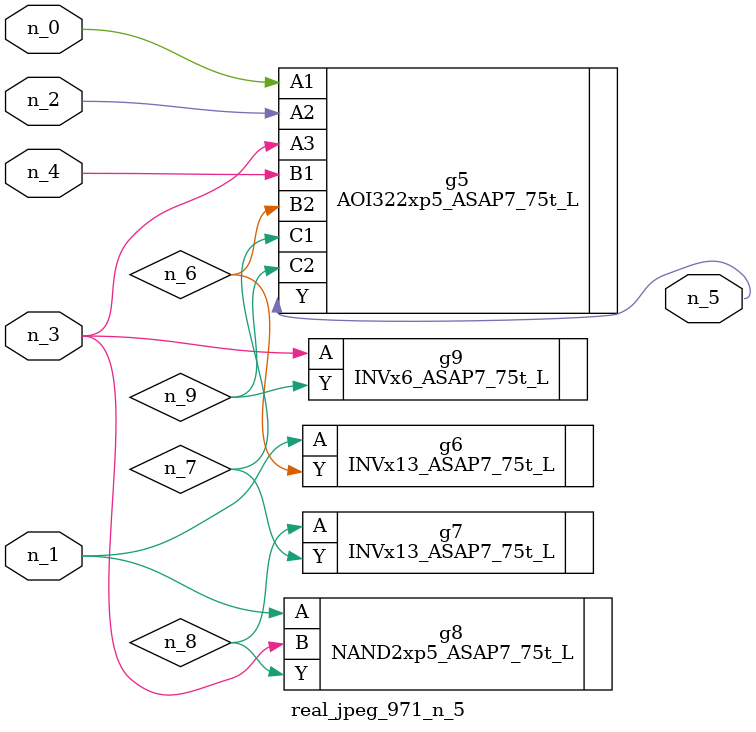
<source format=v>
module real_jpeg_971_n_5 (n_4, n_0, n_1, n_2, n_3, n_5);

input n_4;
input n_0;
input n_1;
input n_2;
input n_3;

output n_5;

wire n_8;
wire n_6;
wire n_7;
wire n_9;

AOI322xp5_ASAP7_75t_L g5 ( 
.A1(n_0),
.A2(n_2),
.A3(n_3),
.B1(n_4),
.B2(n_6),
.C1(n_7),
.C2(n_9),
.Y(n_5)
);

INVx13_ASAP7_75t_L g6 ( 
.A(n_1),
.Y(n_6)
);

NAND2xp5_ASAP7_75t_L g8 ( 
.A(n_1),
.B(n_3),
.Y(n_8)
);

INVx6_ASAP7_75t_L g9 ( 
.A(n_3),
.Y(n_9)
);

INVx13_ASAP7_75t_L g7 ( 
.A(n_8),
.Y(n_7)
);


endmodule
</source>
